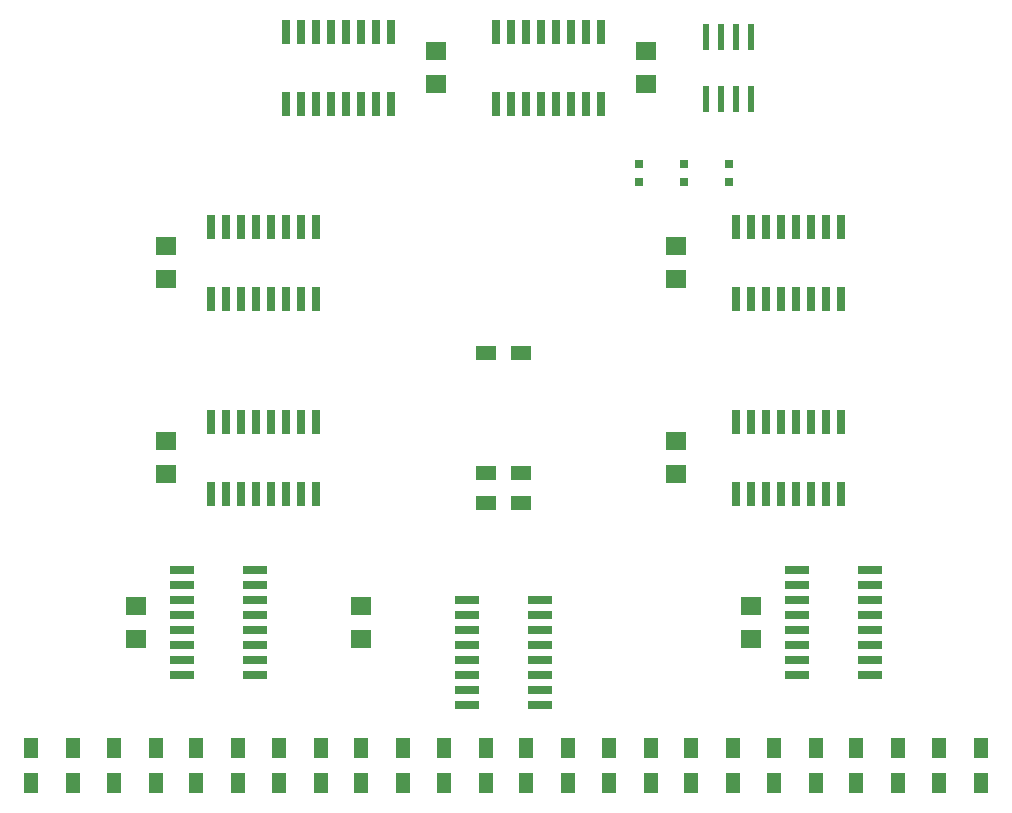
<source format=gtp>
G04 #@! TF.GenerationSoftware,KiCad,Pcbnew,(6.0.9)*
G04 #@! TF.CreationDate,2023-02-21T15:57:59-05:00*
G04 #@! TF.ProjectId,Arduino-CMRI_SMD_v7_Nano,41726475-696e-46f2-9d43-4d52495f534d,rev?*
G04 #@! TF.SameCoordinates,Original*
G04 #@! TF.FileFunction,Paste,Top*
G04 #@! TF.FilePolarity,Positive*
%FSLAX46Y46*%
G04 Gerber Fmt 4.6, Leading zero omitted, Abs format (unit mm)*
G04 Created by KiCad (PCBNEW (6.0.9)) date 2023-02-21 15:57:59*
%MOMM*%
%LPD*%
G01*
G04 APERTURE LIST*
%ADD10R,1.800000X1.600000*%
%ADD11R,1.200000X1.800000*%
%ADD12R,0.800000X0.800000*%
%ADD13R,0.600000X2.200000*%
%ADD14R,0.660400X2.032000*%
%ADD15R,1.800000X1.200000*%
%ADD16R,2.032000X0.660400*%
G04 APERTURE END LIST*
D10*
G04 #@! TO.C,C7*
X119570600Y-95916100D03*
X119570600Y-93116100D03*
G04 #@! TD*
D11*
G04 #@! TO.C,R14*
X143065600Y-138560100D03*
X143065600Y-135562100D03*
G04 #@! TD*
G04 #@! TO.C,R11*
X153606600Y-138560100D03*
X153606600Y-135562100D03*
G04 #@! TD*
D10*
G04 #@! TO.C,C6*
X160210600Y-79406100D03*
X160210600Y-76606100D03*
G04 #@! TD*
G04 #@! TO.C,C5*
X162750600Y-112426100D03*
X162750600Y-109626100D03*
G04 #@! TD*
G04 #@! TO.C,C4*
X162750600Y-95916100D03*
X162750600Y-93116100D03*
G04 #@! TD*
D12*
G04 #@! TO.C,U$1*
X167195600Y-86146100D03*
X167195600Y-87646100D03*
G04 #@! TD*
D13*
G04 #@! TO.C,IC2*
X165290600Y-80606100D03*
X166560600Y-80606100D03*
X167830600Y-80606100D03*
X169100600Y-80606100D03*
X169100600Y-75406100D03*
X167830600Y-75406100D03*
X166560600Y-75406100D03*
X165290600Y-75406100D03*
G04 #@! TD*
D14*
G04 #@! TO.C,IC8*
X129730600Y-81079500D03*
X131000600Y-81079500D03*
X132270600Y-81079500D03*
X133540600Y-81079500D03*
X134810600Y-81079500D03*
X136080600Y-81079500D03*
X137350600Y-81079500D03*
X138620600Y-81079500D03*
X138620600Y-74932700D03*
X137350600Y-74932700D03*
X136080600Y-74932700D03*
X134810600Y-74932700D03*
X133540600Y-74932700D03*
X132270600Y-74932700D03*
X131000600Y-74932700D03*
X129730600Y-74932700D03*
G04 #@! TD*
D10*
G04 #@! TO.C,C2*
X136080600Y-123596100D03*
X136080600Y-126396100D03*
G04 #@! TD*
D15*
G04 #@! TO.C,R26*
X146646600Y-112296100D03*
X149644600Y-112296100D03*
G04 #@! TD*
D11*
G04 #@! TO.C,R24*
X108140600Y-138560100D03*
X108140600Y-135562100D03*
G04 #@! TD*
G04 #@! TO.C,R22*
X115125600Y-138560100D03*
X115125600Y-135562100D03*
G04 #@! TD*
G04 #@! TO.C,R12*
X150050600Y-138560100D03*
X150050600Y-135562100D03*
G04 #@! TD*
G04 #@! TO.C,R1*
X188531600Y-138560100D03*
X188531600Y-135562100D03*
G04 #@! TD*
D15*
G04 #@! TO.C,R27*
X146646600Y-102136100D03*
X149644600Y-102136100D03*
G04 #@! TD*
D10*
G04 #@! TO.C,C9*
X119570600Y-109626100D03*
X119570600Y-112426100D03*
G04 #@! TD*
G04 #@! TO.C,C3*
X117030600Y-123596100D03*
X117030600Y-126396100D03*
G04 #@! TD*
D11*
G04 #@! TO.C,R20*
X122110600Y-138560100D03*
X122110600Y-135562100D03*
G04 #@! TD*
G04 #@! TO.C,R19*
X125666600Y-138560100D03*
X125666600Y-135562100D03*
G04 #@! TD*
G04 #@! TO.C,R4*
X177990600Y-138560100D03*
X177990600Y-135562100D03*
G04 #@! TD*
D15*
G04 #@! TO.C,R25*
X146646600Y-114836100D03*
X149644600Y-114836100D03*
G04 #@! TD*
D11*
G04 #@! TO.C,R5*
X174561600Y-138560100D03*
X174561600Y-135562100D03*
G04 #@! TD*
G04 #@! TO.C,R18*
X129095600Y-138560100D03*
X129095600Y-135562100D03*
G04 #@! TD*
G04 #@! TO.C,R23*
X111696600Y-138560100D03*
X111696600Y-135562100D03*
G04 #@! TD*
D14*
G04 #@! TO.C,IC6*
X123380600Y-114099500D03*
X124650600Y-114099500D03*
X125920600Y-114099500D03*
X127190600Y-114099500D03*
X128460600Y-114099500D03*
X129730600Y-114099500D03*
X131000600Y-114099500D03*
X132270600Y-114099500D03*
X132270600Y-107952700D03*
X131000600Y-107952700D03*
X129730600Y-107952700D03*
X128460600Y-107952700D03*
X127190600Y-107952700D03*
X125920600Y-107952700D03*
X124650600Y-107952700D03*
X123380600Y-107952700D03*
G04 #@! TD*
D11*
G04 #@! TO.C,R8*
X164020600Y-138560100D03*
X164020600Y-135562100D03*
G04 #@! TD*
G04 #@! TO.C,R21*
X118681600Y-138560100D03*
X118681600Y-135562100D03*
G04 #@! TD*
G04 #@! TO.C,R17*
X132651600Y-138560100D03*
X132651600Y-135562100D03*
G04 #@! TD*
G04 #@! TO.C,R9*
X160591600Y-138560100D03*
X160591600Y-135562100D03*
G04 #@! TD*
G04 #@! TO.C,R7*
X167576600Y-138560100D03*
X167576600Y-135562100D03*
G04 #@! TD*
G04 #@! TO.C,R6*
X171005600Y-138560100D03*
X171005600Y-135562100D03*
G04 #@! TD*
D14*
G04 #@! TO.C,IC10*
X167830600Y-97589500D03*
X169100600Y-97589500D03*
X170370600Y-97589500D03*
X171640600Y-97589500D03*
X172910600Y-97589500D03*
X174180600Y-97589500D03*
X175450600Y-97589500D03*
X176720600Y-97589500D03*
X176720600Y-91442700D03*
X175450600Y-91442700D03*
X174180600Y-91442700D03*
X172910600Y-91442700D03*
X171640600Y-91442700D03*
X170370600Y-91442700D03*
X169100600Y-91442700D03*
X167830600Y-91442700D03*
G04 #@! TD*
D10*
G04 #@! TO.C,C1*
X169100600Y-123596100D03*
X169100600Y-126396100D03*
G04 #@! TD*
D11*
G04 #@! TO.C,R10*
X157035600Y-138560100D03*
X157035600Y-135562100D03*
G04 #@! TD*
D14*
G04 #@! TO.C,IC9*
X147510600Y-81079500D03*
X148780600Y-81079500D03*
X150050600Y-81079500D03*
X151320600Y-81079500D03*
X152590600Y-81079500D03*
X153860600Y-81079500D03*
X155130600Y-81079500D03*
X156400600Y-81079500D03*
X156400600Y-74932700D03*
X155130600Y-74932700D03*
X153860600Y-74932700D03*
X152590600Y-74932700D03*
X151320600Y-74932700D03*
X150050600Y-74932700D03*
X148780600Y-74932700D03*
X147510600Y-74932700D03*
G04 #@! TD*
D10*
G04 #@! TO.C,C8*
X142430600Y-76606100D03*
X142430600Y-79406100D03*
G04 #@! TD*
D11*
G04 #@! TO.C,R15*
X139636600Y-138560100D03*
X139636600Y-135562100D03*
G04 #@! TD*
G04 #@! TO.C,R16*
X136080600Y-138560100D03*
X136080600Y-135562100D03*
G04 #@! TD*
G04 #@! TO.C,R2*
X184975600Y-138560100D03*
X184975600Y-135562100D03*
G04 #@! TD*
D12*
G04 #@! TO.C,U$2*
X163385600Y-86146100D03*
X163385600Y-87646100D03*
G04 #@! TD*
G04 #@! TO.C,U$3*
X159575600Y-86146100D03*
X159575600Y-87646100D03*
G04 #@! TD*
D11*
G04 #@! TO.C,R3*
X181546600Y-138560100D03*
X181546600Y-135562100D03*
G04 #@! TD*
D16*
G04 #@! TO.C,IC5*
X127089000Y-129441100D03*
X127089000Y-128171100D03*
X127089000Y-126901100D03*
X127089000Y-125631100D03*
X127089000Y-124361100D03*
X127089000Y-123091100D03*
X127089000Y-121821100D03*
X127089000Y-120551100D03*
X120942200Y-120551100D03*
X120942200Y-121821100D03*
X120942200Y-123091100D03*
X120942200Y-124361100D03*
X120942200Y-125631100D03*
X120942200Y-126901100D03*
X120942200Y-128171100D03*
X120942200Y-129441100D03*
G04 #@! TD*
D11*
G04 #@! TO.C,R13*
X146621600Y-138560100D03*
X146621600Y-135562100D03*
G04 #@! TD*
D16*
G04 #@! TO.C,IC1*
X179159000Y-129441100D03*
X179159000Y-128171100D03*
X179159000Y-126901100D03*
X179159000Y-125631100D03*
X179159000Y-124361100D03*
X179159000Y-123091100D03*
X179159000Y-121821100D03*
X179159000Y-120551100D03*
X173012200Y-120551100D03*
X173012200Y-121821100D03*
X173012200Y-123091100D03*
X173012200Y-124361100D03*
X173012200Y-125631100D03*
X173012200Y-126901100D03*
X173012200Y-128171100D03*
X173012200Y-129441100D03*
G04 #@! TD*
G04 #@! TO.C,IC3*
X151219000Y-131981100D03*
X151219000Y-130711100D03*
X151219000Y-129441100D03*
X151219000Y-128171100D03*
X151219000Y-126901100D03*
X151219000Y-125631100D03*
X151219000Y-124361100D03*
X151219000Y-123091100D03*
X145072200Y-123091100D03*
X145072200Y-124361100D03*
X145072200Y-125631100D03*
X145072200Y-126901100D03*
X145072200Y-128171100D03*
X145072200Y-129441100D03*
X145072200Y-130711100D03*
X145072200Y-131981100D03*
G04 #@! TD*
D14*
G04 #@! TO.C,IC11*
X167830600Y-114099500D03*
X169100600Y-114099500D03*
X170370600Y-114099500D03*
X171640600Y-114099500D03*
X172910600Y-114099500D03*
X174180600Y-114099500D03*
X175450600Y-114099500D03*
X176720600Y-114099500D03*
X176720600Y-107952700D03*
X175450600Y-107952700D03*
X174180600Y-107952700D03*
X172910600Y-107952700D03*
X171640600Y-107952700D03*
X170370600Y-107952700D03*
X169100600Y-107952700D03*
X167830600Y-107952700D03*
G04 #@! TD*
G04 #@! TO.C,IC7*
X123380600Y-97589500D03*
X124650600Y-97589500D03*
X125920600Y-97589500D03*
X127190600Y-97589500D03*
X128460600Y-97589500D03*
X129730600Y-97589500D03*
X131000600Y-97589500D03*
X132270600Y-97589500D03*
X132270600Y-91442700D03*
X131000600Y-91442700D03*
X129730600Y-91442700D03*
X128460600Y-91442700D03*
X127190600Y-91442700D03*
X125920600Y-91442700D03*
X124650600Y-91442700D03*
X123380600Y-91442700D03*
G04 #@! TD*
M02*

</source>
